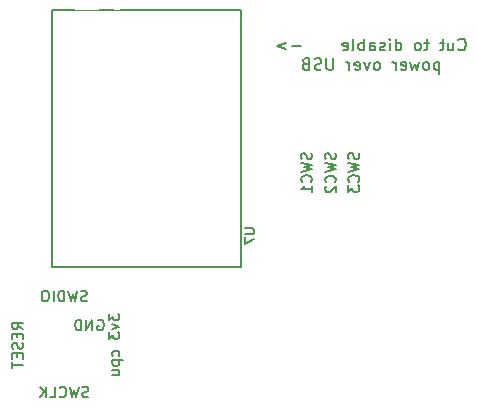
<source format=gbr>
G04 #@! TF.GenerationSoftware,KiCad,Pcbnew,no-vcs-found-7406~56~ubuntu16.10.1*
G04 #@! TF.CreationDate,2016-12-23T22:43:09+01:00*
G04 #@! TF.ProjectId,MysensorsGW,4D7973656E736F727347572E6B696361,rev?*
G04 #@! TF.FileFunction,Legend,Bot*
G04 #@! TF.FilePolarity,Positive*
%FSLAX46Y46*%
G04 Gerber Fmt 4.6, Leading zero omitted, Abs format (unit mm)*
G04 Created by KiCad (PCBNEW no-vcs-found-7406~56~ubuntu16.10.1) date Fri Dec 23 22:43:09 2016*
%MOMM*%
%LPD*%
G01*
G04 APERTURE LIST*
%ADD10C,0.100000*%
%ADD11C,0.150000*%
%ADD12C,0.160000*%
%ADD13R,1.200000X2.200000*%
%ADD14R,2.032000X2.032000*%
%ADD15O,2.032000X2.032000*%
%ADD16O,1.050000X1.850000*%
%ADD17C,0.650000*%
%ADD18C,1.524000*%
%ADD19R,1.727200X1.727200*%
%ADD20O,1.727200X1.727200*%
%ADD21C,1.000000*%
%ADD22R,1.270000X0.600000*%
%ADD23O,1.270000X1.270000*%
G04 APERTURE END LIST*
D10*
D11*
X163819552Y-72760342D02*
X163867171Y-72807961D01*
X164010028Y-72855580D01*
X164105266Y-72855580D01*
X164248123Y-72807961D01*
X164343361Y-72712723D01*
X164390980Y-72617485D01*
X164438600Y-72427009D01*
X164438600Y-72284152D01*
X164390980Y-72093676D01*
X164343361Y-71998438D01*
X164248123Y-71903200D01*
X164105266Y-71855580D01*
X164010028Y-71855580D01*
X163867171Y-71903200D01*
X163819552Y-71950819D01*
X162962409Y-72188914D02*
X162962409Y-72855580D01*
X163390980Y-72188914D02*
X163390980Y-72712723D01*
X163343361Y-72807961D01*
X163248123Y-72855580D01*
X163105266Y-72855580D01*
X163010028Y-72807961D01*
X162962409Y-72760342D01*
X162629076Y-72188914D02*
X162248123Y-72188914D01*
X162486219Y-71855580D02*
X162486219Y-72712723D01*
X162438600Y-72807961D01*
X162343361Y-72855580D01*
X162248123Y-72855580D01*
X161295742Y-72188914D02*
X160914790Y-72188914D01*
X161152885Y-71855580D02*
X161152885Y-72712723D01*
X161105266Y-72807961D01*
X161010028Y-72855580D01*
X160914790Y-72855580D01*
X160438600Y-72855580D02*
X160533838Y-72807961D01*
X160581457Y-72760342D01*
X160629076Y-72665104D01*
X160629076Y-72379390D01*
X160581457Y-72284152D01*
X160533838Y-72236533D01*
X160438600Y-72188914D01*
X160295742Y-72188914D01*
X160200504Y-72236533D01*
X160152885Y-72284152D01*
X160105266Y-72379390D01*
X160105266Y-72665104D01*
X160152885Y-72760342D01*
X160200504Y-72807961D01*
X160295742Y-72855580D01*
X160438600Y-72855580D01*
X158486219Y-72855580D02*
X158486219Y-71855580D01*
X158486219Y-72807961D02*
X158581457Y-72855580D01*
X158771933Y-72855580D01*
X158867171Y-72807961D01*
X158914790Y-72760342D01*
X158962409Y-72665104D01*
X158962409Y-72379390D01*
X158914790Y-72284152D01*
X158867171Y-72236533D01*
X158771933Y-72188914D01*
X158581457Y-72188914D01*
X158486219Y-72236533D01*
X158010028Y-72855580D02*
X158010028Y-72188914D01*
X158010028Y-71855580D02*
X158057647Y-71903200D01*
X158010028Y-71950819D01*
X157962409Y-71903200D01*
X158010028Y-71855580D01*
X158010028Y-71950819D01*
X157581457Y-72807961D02*
X157486219Y-72855580D01*
X157295742Y-72855580D01*
X157200504Y-72807961D01*
X157152885Y-72712723D01*
X157152885Y-72665104D01*
X157200504Y-72569866D01*
X157295742Y-72522247D01*
X157438600Y-72522247D01*
X157533838Y-72474628D01*
X157581457Y-72379390D01*
X157581457Y-72331771D01*
X157533838Y-72236533D01*
X157438600Y-72188914D01*
X157295742Y-72188914D01*
X157200504Y-72236533D01*
X156295742Y-72855580D02*
X156295742Y-72331771D01*
X156343361Y-72236533D01*
X156438600Y-72188914D01*
X156629076Y-72188914D01*
X156724314Y-72236533D01*
X156295742Y-72807961D02*
X156390980Y-72855580D01*
X156629076Y-72855580D01*
X156724314Y-72807961D01*
X156771933Y-72712723D01*
X156771933Y-72617485D01*
X156724314Y-72522247D01*
X156629076Y-72474628D01*
X156390980Y-72474628D01*
X156295742Y-72427009D01*
X155819552Y-72855580D02*
X155819552Y-71855580D01*
X155819552Y-72236533D02*
X155724314Y-72188914D01*
X155533838Y-72188914D01*
X155438600Y-72236533D01*
X155390980Y-72284152D01*
X155343361Y-72379390D01*
X155343361Y-72665104D01*
X155390980Y-72760342D01*
X155438600Y-72807961D01*
X155533838Y-72855580D01*
X155724314Y-72855580D01*
X155819552Y-72807961D01*
X154771933Y-72855580D02*
X154867171Y-72807961D01*
X154914790Y-72712723D01*
X154914790Y-71855580D01*
X154010028Y-72807961D02*
X154105266Y-72855580D01*
X154295742Y-72855580D01*
X154390980Y-72807961D01*
X154438600Y-72712723D01*
X154438600Y-72331771D01*
X154390980Y-72236533D01*
X154295742Y-72188914D01*
X154105266Y-72188914D01*
X154010028Y-72236533D01*
X153962409Y-72331771D01*
X153962409Y-72427009D01*
X154438600Y-72522247D01*
X150486219Y-72474628D02*
X149724314Y-72474628D01*
X149248123Y-72188914D02*
X148486219Y-72474628D01*
X149248123Y-72760342D01*
X162200504Y-73838914D02*
X162200504Y-74838914D01*
X162200504Y-73886533D02*
X162105266Y-73838914D01*
X161914790Y-73838914D01*
X161819552Y-73886533D01*
X161771933Y-73934152D01*
X161724314Y-74029390D01*
X161724314Y-74315104D01*
X161771933Y-74410342D01*
X161819552Y-74457961D01*
X161914790Y-74505580D01*
X162105266Y-74505580D01*
X162200504Y-74457961D01*
X161152885Y-74505580D02*
X161248123Y-74457961D01*
X161295742Y-74410342D01*
X161343361Y-74315104D01*
X161343361Y-74029390D01*
X161295742Y-73934152D01*
X161248123Y-73886533D01*
X161152885Y-73838914D01*
X161010028Y-73838914D01*
X160914790Y-73886533D01*
X160867171Y-73934152D01*
X160819552Y-74029390D01*
X160819552Y-74315104D01*
X160867171Y-74410342D01*
X160914790Y-74457961D01*
X161010028Y-74505580D01*
X161152885Y-74505580D01*
X160486219Y-73838914D02*
X160295742Y-74505580D01*
X160105266Y-74029390D01*
X159914790Y-74505580D01*
X159724314Y-73838914D01*
X158962409Y-74457961D02*
X159057647Y-74505580D01*
X159248123Y-74505580D01*
X159343361Y-74457961D01*
X159390980Y-74362723D01*
X159390980Y-73981771D01*
X159343361Y-73886533D01*
X159248123Y-73838914D01*
X159057647Y-73838914D01*
X158962409Y-73886533D01*
X158914790Y-73981771D01*
X158914790Y-74077009D01*
X159390980Y-74172247D01*
X158486219Y-74505580D02*
X158486219Y-73838914D01*
X158486219Y-74029390D02*
X158438600Y-73934152D01*
X158390980Y-73886533D01*
X158295742Y-73838914D01*
X158200504Y-73838914D01*
X156962409Y-74505580D02*
X157057647Y-74457961D01*
X157105266Y-74410342D01*
X157152885Y-74315104D01*
X157152885Y-74029390D01*
X157105266Y-73934152D01*
X157057647Y-73886533D01*
X156962409Y-73838914D01*
X156819552Y-73838914D01*
X156724314Y-73886533D01*
X156676695Y-73934152D01*
X156629076Y-74029390D01*
X156629076Y-74315104D01*
X156676695Y-74410342D01*
X156724314Y-74457961D01*
X156819552Y-74505580D01*
X156962409Y-74505580D01*
X156295742Y-73838914D02*
X156057647Y-74505580D01*
X155819552Y-73838914D01*
X155057647Y-74457961D02*
X155152885Y-74505580D01*
X155343361Y-74505580D01*
X155438600Y-74457961D01*
X155486219Y-74362723D01*
X155486219Y-73981771D01*
X155438600Y-73886533D01*
X155343361Y-73838914D01*
X155152885Y-73838914D01*
X155057647Y-73886533D01*
X155010028Y-73981771D01*
X155010028Y-74077009D01*
X155486219Y-74172247D01*
X154581457Y-74505580D02*
X154581457Y-73838914D01*
X154581457Y-74029390D02*
X154533838Y-73934152D01*
X154486219Y-73886533D01*
X154390980Y-73838914D01*
X154295742Y-73838914D01*
X153200504Y-73505580D02*
X153200504Y-74315104D01*
X153152885Y-74410342D01*
X153105266Y-74457961D01*
X153010028Y-74505580D01*
X152819552Y-74505580D01*
X152724314Y-74457961D01*
X152676695Y-74410342D01*
X152629076Y-74315104D01*
X152629076Y-73505580D01*
X152200504Y-74457961D02*
X152057647Y-74505580D01*
X151819552Y-74505580D01*
X151724314Y-74457961D01*
X151676695Y-74410342D01*
X151629076Y-74315104D01*
X151629076Y-74219866D01*
X151676695Y-74124628D01*
X151724314Y-74077009D01*
X151819552Y-74029390D01*
X152010028Y-73981771D01*
X152105266Y-73934152D01*
X152152885Y-73886533D01*
X152200504Y-73791295D01*
X152200504Y-73696057D01*
X152152885Y-73600819D01*
X152105266Y-73553200D01*
X152010028Y-73505580D01*
X151771933Y-73505580D01*
X151629076Y-73553200D01*
X150867171Y-73981771D02*
X150724314Y-74029390D01*
X150676695Y-74077009D01*
X150629076Y-74172247D01*
X150629076Y-74315104D01*
X150676695Y-74410342D01*
X150724314Y-74457961D01*
X150819552Y-74505580D01*
X151200504Y-74505580D01*
X151200504Y-73505580D01*
X150867171Y-73505580D01*
X150771933Y-73553200D01*
X150724314Y-73600819D01*
X150676695Y-73696057D01*
X150676695Y-73791295D01*
X150724314Y-73886533D01*
X150771933Y-73934152D01*
X150867171Y-73981771D01*
X151200504Y-73981771D01*
X129399000Y-91173000D02*
X145399000Y-91173000D01*
X129399000Y-69473000D02*
X129399000Y-91173000D01*
X145399000Y-69473000D02*
X129399000Y-69473000D01*
X145399000Y-91173000D02*
X145399000Y-69473000D01*
D12*
X145738904Y-87909476D02*
X146386523Y-87909476D01*
X146462714Y-87947571D01*
X146500809Y-87985666D01*
X146538904Y-88061857D01*
X146538904Y-88214238D01*
X146500809Y-88290428D01*
X146462714Y-88328523D01*
X146386523Y-88366619D01*
X145738904Y-88366619D01*
X145738904Y-88671380D02*
X145738904Y-89204714D01*
X146538904Y-88861857D01*
D11*
X132361542Y-94059805D02*
X132232971Y-94102662D01*
X132018685Y-94102662D01*
X131932971Y-94059805D01*
X131890114Y-94016948D01*
X131847257Y-93931234D01*
X131847257Y-93845520D01*
X131890114Y-93759805D01*
X131932971Y-93716948D01*
X132018685Y-93674091D01*
X132190114Y-93631234D01*
X132275828Y-93588377D01*
X132318685Y-93545520D01*
X132361542Y-93459805D01*
X132361542Y-93374091D01*
X132318685Y-93288377D01*
X132275828Y-93245520D01*
X132190114Y-93202662D01*
X131975828Y-93202662D01*
X131847257Y-93245520D01*
X131547257Y-93202662D02*
X131332971Y-94102662D01*
X131161542Y-93459805D01*
X130990114Y-94102662D01*
X130775828Y-93202662D01*
X130432971Y-94102662D02*
X130432971Y-93202662D01*
X130218685Y-93202662D01*
X130090114Y-93245520D01*
X130004400Y-93331234D01*
X129961542Y-93416948D01*
X129918685Y-93588377D01*
X129918685Y-93716948D01*
X129961542Y-93888377D01*
X130004400Y-93974091D01*
X130090114Y-94059805D01*
X130218685Y-94102662D01*
X130432971Y-94102662D01*
X129532971Y-94102662D02*
X129532971Y-93202662D01*
X128932971Y-93202662D02*
X128761542Y-93202662D01*
X128675828Y-93245520D01*
X128590114Y-93331234D01*
X128547257Y-93502662D01*
X128547257Y-93802662D01*
X128590114Y-93974091D01*
X128675828Y-94059805D01*
X128761542Y-94102662D01*
X128932971Y-94102662D01*
X129018685Y-94059805D01*
X129104400Y-93974091D01*
X129147257Y-93802662D01*
X129147257Y-93502662D01*
X129104400Y-93331234D01*
X129018685Y-93245520D01*
X128932971Y-93202662D01*
X126939782Y-96457457D02*
X126511211Y-96157457D01*
X126939782Y-95943171D02*
X126039782Y-95943171D01*
X126039782Y-96286028D01*
X126082640Y-96371742D01*
X126125497Y-96414600D01*
X126211211Y-96457457D01*
X126339782Y-96457457D01*
X126425497Y-96414600D01*
X126468354Y-96371742D01*
X126511211Y-96286028D01*
X126511211Y-95943171D01*
X126468354Y-96843171D02*
X126468354Y-97143171D01*
X126939782Y-97271742D02*
X126939782Y-96843171D01*
X126039782Y-96843171D01*
X126039782Y-97271742D01*
X126896925Y-97614600D02*
X126939782Y-97743171D01*
X126939782Y-97957457D01*
X126896925Y-98043171D01*
X126854068Y-98086028D01*
X126768354Y-98128885D01*
X126682640Y-98128885D01*
X126596925Y-98086028D01*
X126554068Y-98043171D01*
X126511211Y-97957457D01*
X126468354Y-97786028D01*
X126425497Y-97700314D01*
X126382640Y-97657457D01*
X126296925Y-97614600D01*
X126211211Y-97614600D01*
X126125497Y-97657457D01*
X126082640Y-97700314D01*
X126039782Y-97786028D01*
X126039782Y-98000314D01*
X126082640Y-98128885D01*
X126468354Y-98514600D02*
X126468354Y-98814600D01*
X126939782Y-98943171D02*
X126939782Y-98514600D01*
X126039782Y-98514600D01*
X126039782Y-98943171D01*
X126039782Y-99200314D02*
X126039782Y-99714600D01*
X126939782Y-99457457D02*
X126039782Y-99457457D01*
X132485034Y-102187805D02*
X132356462Y-102230662D01*
X132142177Y-102230662D01*
X132056462Y-102187805D01*
X132013605Y-102144948D01*
X131970748Y-102059234D01*
X131970748Y-101973520D01*
X132013605Y-101887805D01*
X132056462Y-101844948D01*
X132142177Y-101802091D01*
X132313605Y-101759234D01*
X132399320Y-101716377D01*
X132442177Y-101673520D01*
X132485034Y-101587805D01*
X132485034Y-101502091D01*
X132442177Y-101416377D01*
X132399320Y-101373520D01*
X132313605Y-101330662D01*
X132099320Y-101330662D01*
X131970748Y-101373520D01*
X131670748Y-101330662D02*
X131456462Y-102230662D01*
X131285034Y-101587805D01*
X131113605Y-102230662D01*
X130899320Y-101330662D01*
X130042177Y-102144948D02*
X130085034Y-102187805D01*
X130213605Y-102230662D01*
X130299320Y-102230662D01*
X130427891Y-102187805D01*
X130513605Y-102102091D01*
X130556462Y-102016377D01*
X130599320Y-101844948D01*
X130599320Y-101716377D01*
X130556462Y-101544948D01*
X130513605Y-101459234D01*
X130427891Y-101373520D01*
X130299320Y-101330662D01*
X130213605Y-101330662D01*
X130085034Y-101373520D01*
X130042177Y-101416377D01*
X129227891Y-102230662D02*
X129656462Y-102230662D01*
X129656462Y-101330662D01*
X128927891Y-102230662D02*
X128927891Y-101330662D01*
X128413605Y-102230662D02*
X128799320Y-101716377D01*
X128413605Y-101330662D02*
X128927891Y-101844948D01*
X133258474Y-95709320D02*
X133344188Y-95666462D01*
X133472760Y-95666462D01*
X133601331Y-95709320D01*
X133687045Y-95795034D01*
X133729902Y-95880748D01*
X133772760Y-96052177D01*
X133772760Y-96180748D01*
X133729902Y-96352177D01*
X133687045Y-96437891D01*
X133601331Y-96523605D01*
X133472760Y-96566462D01*
X133387045Y-96566462D01*
X133258474Y-96523605D01*
X133215617Y-96480748D01*
X133215617Y-96180748D01*
X133387045Y-96180748D01*
X132829902Y-96566462D02*
X132829902Y-95666462D01*
X132315617Y-96566462D01*
X132315617Y-95666462D01*
X131887045Y-96566462D02*
X131887045Y-95666462D01*
X131672760Y-95666462D01*
X131544188Y-95709320D01*
X131458474Y-95795034D01*
X131415617Y-95880748D01*
X131372760Y-96052177D01*
X131372760Y-96180748D01*
X131415617Y-96352177D01*
X131458474Y-96437891D01*
X131544188Y-96523605D01*
X131672760Y-96566462D01*
X131887045Y-96566462D01*
X134208422Y-95160474D02*
X134208422Y-95717617D01*
X134551280Y-95417617D01*
X134551280Y-95546188D01*
X134594137Y-95631902D01*
X134636994Y-95674760D01*
X134722708Y-95717617D01*
X134936994Y-95717617D01*
X135022708Y-95674760D01*
X135065565Y-95631902D01*
X135108422Y-95546188D01*
X135108422Y-95289045D01*
X135065565Y-95203331D01*
X135022708Y-95160474D01*
X134508422Y-96017617D02*
X135108422Y-96231902D01*
X134508422Y-96446188D01*
X134208422Y-96703331D02*
X134208422Y-97260474D01*
X134551280Y-96960474D01*
X134551280Y-97089045D01*
X134594137Y-97174760D01*
X134636994Y-97217617D01*
X134722708Y-97260474D01*
X134936994Y-97260474D01*
X135022708Y-97217617D01*
X135065565Y-97174760D01*
X135108422Y-97089045D01*
X135108422Y-96831902D01*
X135065565Y-96746188D01*
X135022708Y-96703331D01*
X135065565Y-98717617D02*
X135108422Y-98631902D01*
X135108422Y-98460474D01*
X135065565Y-98374760D01*
X135022708Y-98331902D01*
X134936994Y-98289045D01*
X134679851Y-98289045D01*
X134594137Y-98331902D01*
X134551280Y-98374760D01*
X134508422Y-98460474D01*
X134508422Y-98631902D01*
X134551280Y-98717617D01*
X134508422Y-99103331D02*
X135408422Y-99103331D01*
X134551280Y-99103331D02*
X134508422Y-99189045D01*
X134508422Y-99360474D01*
X134551280Y-99446188D01*
X134594137Y-99489045D01*
X134679851Y-99531902D01*
X134936994Y-99531902D01*
X135022708Y-99489045D01*
X135065565Y-99446188D01*
X135108422Y-99360474D01*
X135108422Y-99189045D01*
X135065565Y-99103331D01*
X134508422Y-100303331D02*
X135108422Y-100303331D01*
X134508422Y-99917617D02*
X134979851Y-99917617D01*
X135065565Y-99960474D01*
X135108422Y-100046188D01*
X135108422Y-100174760D01*
X135065565Y-100260474D01*
X135022708Y-100303331D01*
X151364285Y-81550000D02*
X151407142Y-81678571D01*
X151407142Y-81892857D01*
X151364285Y-81978571D01*
X151321428Y-82021428D01*
X151235714Y-82064285D01*
X151150000Y-82064285D01*
X151064285Y-82021428D01*
X151021428Y-81978571D01*
X150978571Y-81892857D01*
X150935714Y-81721428D01*
X150892857Y-81635714D01*
X150850000Y-81592857D01*
X150764285Y-81550000D01*
X150678571Y-81550000D01*
X150592857Y-81592857D01*
X150550000Y-81635714D01*
X150507142Y-81721428D01*
X150507142Y-81935714D01*
X150550000Y-82064285D01*
X150507142Y-82364285D02*
X151407142Y-82578571D01*
X150764285Y-82750000D01*
X151407142Y-82921428D01*
X150507142Y-83135714D01*
X151321428Y-83992857D02*
X151364285Y-83950000D01*
X151407142Y-83821428D01*
X151407142Y-83735714D01*
X151364285Y-83607142D01*
X151278571Y-83521428D01*
X151192857Y-83478571D01*
X151021428Y-83435714D01*
X150892857Y-83435714D01*
X150721428Y-83478571D01*
X150635714Y-83521428D01*
X150550000Y-83607142D01*
X150507142Y-83735714D01*
X150507142Y-83821428D01*
X150550000Y-83950000D01*
X150592857Y-83992857D01*
X151407142Y-84850000D02*
X151407142Y-84335714D01*
X151407142Y-84592857D02*
X150507142Y-84592857D01*
X150635714Y-84507142D01*
X150721428Y-84421428D01*
X150764285Y-84335714D01*
X155355085Y-81535000D02*
X155397942Y-81663571D01*
X155397942Y-81877857D01*
X155355085Y-81963571D01*
X155312228Y-82006428D01*
X155226514Y-82049285D01*
X155140800Y-82049285D01*
X155055085Y-82006428D01*
X155012228Y-81963571D01*
X154969371Y-81877857D01*
X154926514Y-81706428D01*
X154883657Y-81620714D01*
X154840800Y-81577857D01*
X154755085Y-81535000D01*
X154669371Y-81535000D01*
X154583657Y-81577857D01*
X154540800Y-81620714D01*
X154497942Y-81706428D01*
X154497942Y-81920714D01*
X154540800Y-82049285D01*
X154497942Y-82349285D02*
X155397942Y-82563571D01*
X154755085Y-82735000D01*
X155397942Y-82906428D01*
X154497942Y-83120714D01*
X155312228Y-83977857D02*
X155355085Y-83935000D01*
X155397942Y-83806428D01*
X155397942Y-83720714D01*
X155355085Y-83592142D01*
X155269371Y-83506428D01*
X155183657Y-83463571D01*
X155012228Y-83420714D01*
X154883657Y-83420714D01*
X154712228Y-83463571D01*
X154626514Y-83506428D01*
X154540800Y-83592142D01*
X154497942Y-83720714D01*
X154497942Y-83806428D01*
X154540800Y-83935000D01*
X154583657Y-83977857D01*
X154497942Y-84277857D02*
X154497942Y-84835000D01*
X154840800Y-84535000D01*
X154840800Y-84663571D01*
X154883657Y-84749285D01*
X154926514Y-84792142D01*
X155012228Y-84835000D01*
X155226514Y-84835000D01*
X155312228Y-84792142D01*
X155355085Y-84749285D01*
X155397942Y-84663571D01*
X155397942Y-84406428D01*
X155355085Y-84320714D01*
X155312228Y-84277857D01*
X153373885Y-81560400D02*
X153416742Y-81688971D01*
X153416742Y-81903257D01*
X153373885Y-81988971D01*
X153331028Y-82031828D01*
X153245314Y-82074685D01*
X153159600Y-82074685D01*
X153073885Y-82031828D01*
X153031028Y-81988971D01*
X152988171Y-81903257D01*
X152945314Y-81731828D01*
X152902457Y-81646114D01*
X152859600Y-81603257D01*
X152773885Y-81560400D01*
X152688171Y-81560400D01*
X152602457Y-81603257D01*
X152559600Y-81646114D01*
X152516742Y-81731828D01*
X152516742Y-81946114D01*
X152559600Y-82074685D01*
X152516742Y-82374685D02*
X153416742Y-82588971D01*
X152773885Y-82760400D01*
X153416742Y-82931828D01*
X152516742Y-83146114D01*
X153331028Y-84003257D02*
X153373885Y-83960400D01*
X153416742Y-83831828D01*
X153416742Y-83746114D01*
X153373885Y-83617542D01*
X153288171Y-83531828D01*
X153202457Y-83488971D01*
X153031028Y-83446114D01*
X152902457Y-83446114D01*
X152731028Y-83488971D01*
X152645314Y-83531828D01*
X152559600Y-83617542D01*
X152516742Y-83746114D01*
X152516742Y-83831828D01*
X152559600Y-83960400D01*
X152602457Y-84003257D01*
X152602457Y-84346114D02*
X152559600Y-84388971D01*
X152516742Y-84474685D01*
X152516742Y-84688971D01*
X152559600Y-84774685D01*
X152602457Y-84817542D01*
X152688171Y-84860400D01*
X152773885Y-84860400D01*
X152902457Y-84817542D01*
X153416742Y-84303257D01*
X153416742Y-84860400D01*
%LPC*%
D13*
X144399000Y-89773000D03*
X142399000Y-89773000D03*
X132399000Y-89773000D03*
X130399000Y-89773000D03*
X130399000Y-70873000D03*
X132399000Y-70873000D03*
X134399000Y-70873000D03*
X136399000Y-70873000D03*
X138399000Y-70873000D03*
X140399000Y-70873000D03*
X142399000Y-70873000D03*
D14*
X148742400Y-93548200D03*
D15*
X148742400Y-91008200D03*
D16*
X145427600Y-64795400D03*
X138277600Y-64795400D03*
X145427600Y-68245400D03*
X138277600Y-68245400D03*
D17*
X143852600Y-66920400D03*
X139852600Y-66920400D03*
D18*
X130434080Y-95234760D03*
D19*
X128346200Y-76530200D03*
D20*
X128346200Y-79070200D03*
D18*
X127894080Y-97769680D03*
X130434080Y-100309680D03*
X130434080Y-97769680D03*
X132974080Y-97769680D03*
D14*
X146888200Y-71196200D03*
D15*
X146888200Y-73736200D03*
D21*
X163982400Y-93216000D03*
X163982400Y-101196000D03*
D14*
X132384800Y-68402200D03*
D15*
X134924800Y-68402200D03*
D19*
X150622000Y-107950000D03*
D20*
X150622000Y-110490000D03*
X153162000Y-107950000D03*
X153162000Y-110490000D03*
X155702000Y-107950000D03*
X155702000Y-110490000D03*
X158242000Y-107950000D03*
X158242000Y-110490000D03*
X160782000Y-107950000D03*
X160782000Y-110490000D03*
X126746000Y-103378000D03*
X126746000Y-105918000D03*
X129286000Y-103378000D03*
X129286000Y-105918000D03*
X131826000Y-103378000D03*
X131826000Y-105918000D03*
D19*
X134366000Y-103378000D03*
D20*
X134366000Y-105918000D03*
D22*
X151000000Y-79944500D03*
X151000000Y-79055500D03*
D23*
X151000000Y-80262000D03*
X151000000Y-78738000D03*
D22*
X155000000Y-79944500D03*
X155000000Y-79055500D03*
D23*
X155000000Y-80262000D03*
X155000000Y-78738000D03*
D22*
X153000000Y-79055500D03*
X153000000Y-79944500D03*
D23*
X153000000Y-78738000D03*
X153000000Y-80262000D03*
D20*
X124460000Y-97790000D03*
X121920000Y-97790000D03*
X124460000Y-95250000D03*
X121920000Y-95250000D03*
X124460000Y-92710000D03*
X121920000Y-92710000D03*
X124460000Y-90170000D03*
X121920000Y-90170000D03*
X124460000Y-87630000D03*
X121920000Y-87630000D03*
X124460000Y-85090000D03*
X121920000Y-85090000D03*
D19*
X121920000Y-74930000D03*
D20*
X124460000Y-74930000D03*
X121920000Y-77470000D03*
X124460000Y-77470000D03*
X121920000Y-80010000D03*
X124460000Y-80010000D03*
X121920000Y-82550000D03*
X124460000Y-82550000D03*
X121920000Y-100330000D03*
X124460000Y-100330000D03*
M02*

</source>
